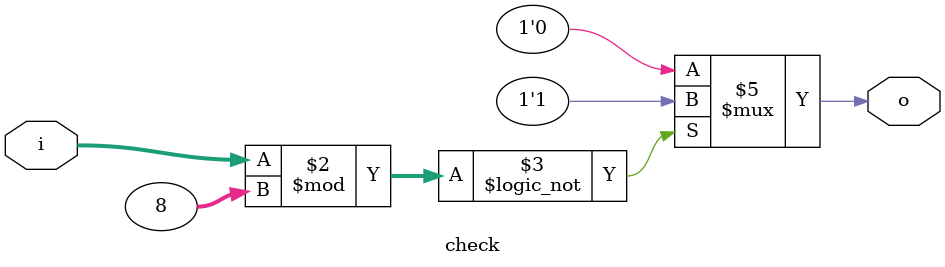
<source format=v>
module check(input [4:0] i, output reg o);
    always @(*) begin
    if(i % 8 == 0)   o = 1;
    else             o = 0;
    end
endmodule
</source>
